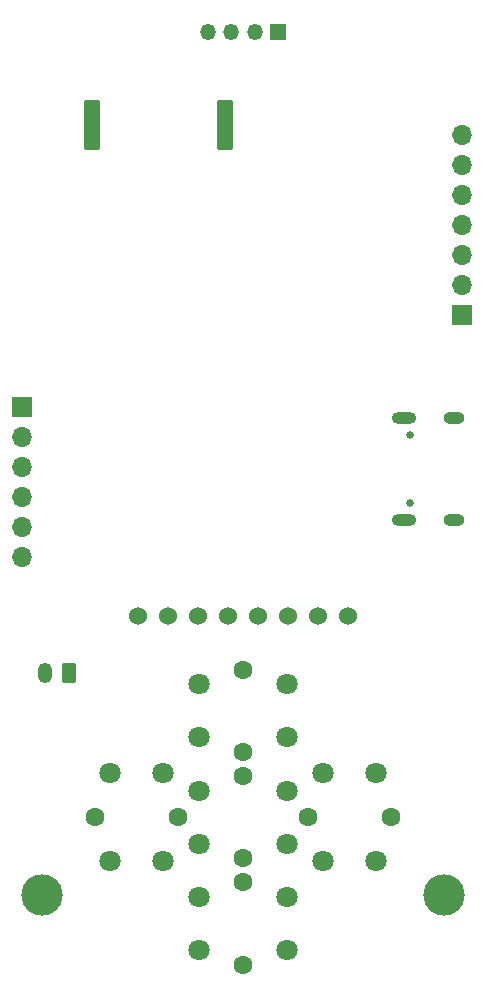
<source format=gts>
G04 #@! TF.GenerationSoftware,KiCad,Pcbnew,7.0.7*
G04 #@! TF.CreationDate,2023-10-29T22:41:13+02:00*
G04 #@! TF.ProjectId,dif-pressure-meter,6469662d-7072-4657-9373-7572652d6d65,rev?*
G04 #@! TF.SameCoordinates,Original*
G04 #@! TF.FileFunction,Soldermask,Top*
G04 #@! TF.FilePolarity,Negative*
%FSLAX46Y46*%
G04 Gerber Fmt 4.6, Leading zero omitted, Abs format (unit mm)*
G04 Created by KiCad (PCBNEW 7.0.7) date 2023-10-29 22:41:13*
%MOMM*%
%LPD*%
G01*
G04 APERTURE LIST*
G04 Aperture macros list*
%AMRoundRect*
0 Rectangle with rounded corners*
0 $1 Rounding radius*
0 $2 $3 $4 $5 $6 $7 $8 $9 X,Y pos of 4 corners*
0 Add a 4 corners polygon primitive as box body*
4,1,4,$2,$3,$4,$5,$6,$7,$8,$9,$2,$3,0*
0 Add four circle primitives for the rounded corners*
1,1,$1+$1,$2,$3*
1,1,$1+$1,$4,$5*
1,1,$1+$1,$6,$7*
1,1,$1+$1,$8,$9*
0 Add four rect primitives between the rounded corners*
20,1,$1+$1,$2,$3,$4,$5,0*
20,1,$1+$1,$4,$5,$6,$7,0*
20,1,$1+$1,$6,$7,$8,$9,0*
20,1,$1+$1,$8,$9,$2,$3,0*%
G04 Aperture macros list end*
%ADD10C,1.600000*%
%ADD11C,1.800000*%
%ADD12R,1.350000X1.350000*%
%ADD13O,1.350000X1.350000*%
%ADD14RoundRect,0.102000X-0.600000X-2.000000X0.600000X-2.000000X0.600000X2.000000X-0.600000X2.000000X0*%
%ADD15C,1.524000*%
%ADD16C,3.500000*%
%ADD17R,1.700000X1.700000*%
%ADD18O,1.700000X1.700000*%
%ADD19C,0.650000*%
%ADD20O,1.800000X1.000000*%
%ADD21O,2.100000X1.000000*%
%ADD22RoundRect,0.250000X0.350000X0.625000X-0.350000X0.625000X-0.350000X-0.625000X0.350000X-0.625000X0*%
%ADD23O,1.200000X1.750000*%
G04 APERTURE END LIST*
D10*
X123750000Y-106500000D03*
X129250000Y-94000000D03*
X129250000Y-103000000D03*
X129250000Y-112000000D03*
X141750000Y-106500000D03*
D11*
X118000000Y-102750000D03*
X118000000Y-110250000D03*
X125500000Y-95250000D03*
X125500000Y-108750000D03*
X125500000Y-117750000D03*
X133000000Y-95250000D03*
X133000000Y-108750000D03*
X133000000Y-117750000D03*
X140500000Y-102750000D03*
X140500000Y-110250000D03*
D10*
X129250000Y-110000000D03*
D11*
X125500000Y-104250000D03*
X133000000Y-104250000D03*
D10*
X129250000Y-101000000D03*
D11*
X125500000Y-99750000D03*
X133000000Y-99750000D03*
D10*
X134750000Y-106500000D03*
D11*
X136000000Y-102750000D03*
X136000000Y-110250000D03*
D10*
X129250000Y-119000000D03*
D11*
X125500000Y-113250000D03*
X133000000Y-113250000D03*
D10*
X116750000Y-106500000D03*
D11*
X122500000Y-102750000D03*
X122500000Y-110250000D03*
D12*
X132250000Y-40000000D03*
D13*
X130250000Y-40000000D03*
X128250000Y-40000000D03*
X126250000Y-40000000D03*
D14*
X127700000Y-47900000D03*
X116500000Y-47900000D03*
D15*
X138140000Y-89500000D03*
X135600000Y-89500000D03*
X133060000Y-89500000D03*
X130520000Y-89500000D03*
X127980000Y-89500000D03*
X125440000Y-89500000D03*
X122900000Y-89500000D03*
X120360000Y-89500000D03*
D16*
X146300000Y-113100000D03*
D17*
X147750000Y-64000000D03*
D18*
X147750000Y-61460000D03*
X147750000Y-58920000D03*
X147750000Y-56380000D03*
X147750000Y-53840000D03*
X147750000Y-51300000D03*
X147750000Y-48760000D03*
D19*
X143395000Y-74110000D03*
X143395000Y-79890000D03*
D20*
X147075000Y-72680000D03*
D21*
X142895000Y-72680000D03*
D20*
X147075000Y-81320000D03*
D21*
X142895000Y-81320000D03*
D17*
X110500000Y-71800000D03*
D18*
X110500000Y-74340000D03*
X110500000Y-76880000D03*
X110500000Y-79420000D03*
X110500000Y-81960000D03*
X110500000Y-84500000D03*
D16*
X112200000Y-113100000D03*
D22*
X114500000Y-94300000D03*
D23*
X112500000Y-94300000D03*
M02*

</source>
